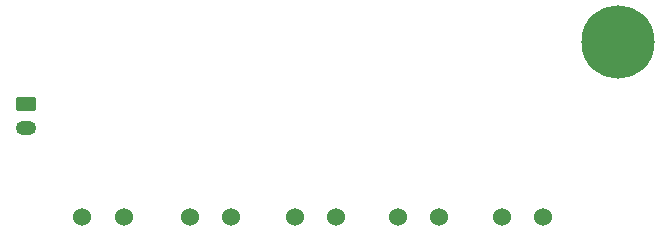
<source format=gts>
G04 #@! TF.GenerationSoftware,KiCad,Pcbnew,8.0.0-rc1*
G04 #@! TF.CreationDate,2025-04-08T13:29:49+03:00*
G04 #@! TF.ProjectId,ST_Board_V1.0,53545f42-6f61-4726-945f-56312e302e6b,rev?*
G04 #@! TF.SameCoordinates,Original*
G04 #@! TF.FileFunction,Soldermask,Top*
G04 #@! TF.FilePolarity,Negative*
%FSLAX46Y46*%
G04 Gerber Fmt 4.6, Leading zero omitted, Abs format (unit mm)*
G04 Created by KiCad (PCBNEW 8.0.0-rc1) date 2025-04-08 13:29:49*
%MOMM*%
%LPD*%
G01*
G04 APERTURE LIST*
G04 Aperture macros list*
%AMRoundRect*
0 Rectangle with rounded corners*
0 $1 Rounding radius*
0 $2 $3 $4 $5 $6 $7 $8 $9 X,Y pos of 4 corners*
0 Add a 4 corners polygon primitive as box body*
4,1,4,$2,$3,$4,$5,$6,$7,$8,$9,$2,$3,0*
0 Add four circle primitives for the rounded corners*
1,1,$1+$1,$2,$3*
1,1,$1+$1,$4,$5*
1,1,$1+$1,$6,$7*
1,1,$1+$1,$8,$9*
0 Add four rect primitives between the rounded corners*
20,1,$1+$1,$2,$3,$4,$5,0*
20,1,$1+$1,$4,$5,$6,$7,0*
20,1,$1+$1,$6,$7,$8,$9,0*
20,1,$1+$1,$8,$9,$2,$3,0*%
G04 Aperture macros list end*
%ADD10C,1.524000*%
%ADD11C,0.900000*%
%ADD12C,6.200000*%
%ADD13O,1.750000X1.200000*%
%ADD14RoundRect,0.250000X-0.625000X0.350000X-0.625000X-0.350000X0.625000X-0.350000X0.625000X0.350000X0*%
G04 APERTURE END LIST*
D10*
X153610000Y-101040000D03*
X157110000Y-101040000D03*
D11*
X174827580Y-86212000D03*
X174077580Y-88062000D03*
X174077580Y-84362000D03*
X172227580Y-88812000D03*
D12*
X172227580Y-86212000D03*
D11*
X172227580Y-83612000D03*
X170377580Y-88062000D03*
X170377580Y-84362000D03*
X169627580Y-86212000D03*
D10*
X162430000Y-101040000D03*
X165930000Y-101040000D03*
X135970000Y-101040000D03*
X139470000Y-101040000D03*
X144880000Y-101040000D03*
X148380000Y-101040000D03*
X126890000Y-101040000D03*
X130390000Y-101040000D03*
D13*
X122150000Y-93457000D03*
D14*
X122150000Y-91457000D03*
M02*

</source>
